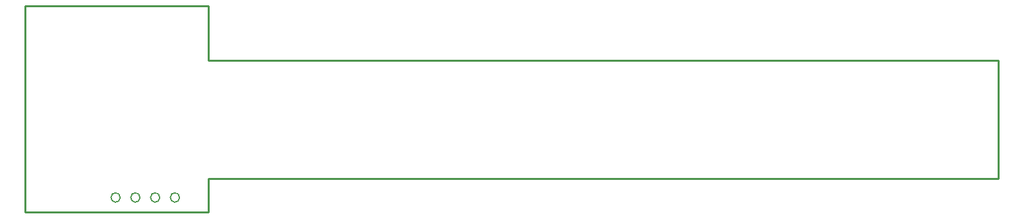
<source format=gko>
G04*
G04 #@! TF.GenerationSoftware,Altium Limited,Altium Designer,18.1.9 (240)*
G04*
G04 Layer_Color=16711935*
%FSLAX24Y24*%
%MOIN*%
G70*
G01*
G75*
%ADD10C,0.0100*%
%ADD13C,0.0060*%
D10*
X17200Y23450D02*
Y33900D01*
Y23450D02*
X26450D01*
Y25150D01*
X66400D01*
Y31150D01*
X26450D02*
X66400D01*
X26450D02*
Y33900D01*
X17200D02*
X26450D01*
D13*
X24996Y24177D02*
G03*
X24996Y24177I-236J0D01*
G01*
X23996D02*
G03*
X23996Y24177I-236J0D01*
G01*
X22996D02*
G03*
X22996Y24177I-236J0D01*
G01*
X21996Y24177D02*
G03*
X21996Y24177I-236J0D01*
G01*
M02*

</source>
